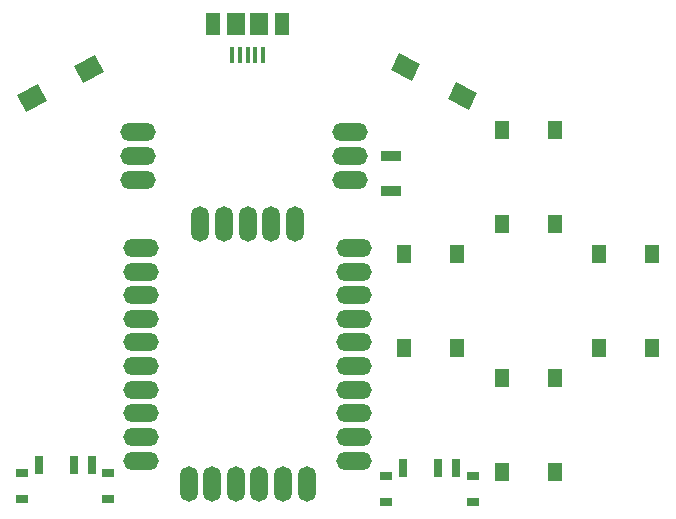
<source format=gbr>
G04 #@! TF.FileFunction,Paste,Top*
%FSLAX46Y46*%
G04 Gerber Fmt 4.6, Leading zero omitted, Abs format (unit mm)*
G04 Created by KiCad (PCBNEW 4.0.4-stable) date 07/06/18 22:39:36*
%MOMM*%
%LPD*%
G01*
G04 APERTURE LIST*
%ADD10C,0.100000*%
%ADD11O,3.000000X1.500000*%
%ADD12R,1.700000X0.900000*%
%ADD13R,1.500000X1.900000*%
%ADD14R,0.400000X1.350000*%
%ADD15R,1.200000X1.900000*%
%ADD16R,1.300000X1.550000*%
%ADD17R,0.700000X1.500000*%
%ADD18R,1.000000X0.800000*%
%ADD19O,1.500000X3.000000*%
G04 APERTURE END LIST*
D10*
D11*
X128820000Y-72566000D03*
X128820000Y-70566000D03*
X128820000Y-68566000D03*
X146820000Y-68566000D03*
X146820000Y-70566000D03*
X146820000Y-72566000D03*
D12*
X150220000Y-73500000D03*
X150220000Y-70600000D03*
D13*
X137120000Y-59350000D03*
D14*
X138770000Y-62050000D03*
X139420000Y-62050000D03*
X136820000Y-62050000D03*
X137470000Y-62050000D03*
X138120000Y-62050000D03*
D13*
X139120000Y-59350000D03*
D15*
X135220000Y-59350000D03*
X141020000Y-59350000D03*
D16*
X164120000Y-97325000D03*
X159620000Y-97325000D03*
X159620000Y-89375000D03*
X164120000Y-89375000D03*
X155870000Y-86825000D03*
X151370000Y-86825000D03*
X151370000Y-78875000D03*
X155870000Y-78875000D03*
X164120000Y-76325000D03*
X159620000Y-76325000D03*
X159620000Y-68375000D03*
X164120000Y-68375000D03*
X172370000Y-86825000D03*
X167870000Y-86825000D03*
X167870000Y-78875000D03*
X172370000Y-78875000D03*
D17*
X120420000Y-96750000D03*
X123420000Y-96750000D03*
X124920000Y-96750000D03*
D18*
X119020000Y-99610000D03*
X126320000Y-99610000D03*
X126320000Y-97400000D03*
X119020000Y-97400000D03*
D17*
X151270000Y-96990000D03*
X154270000Y-96990000D03*
X155770000Y-96990000D03*
D18*
X149870000Y-99850000D03*
X157170000Y-99850000D03*
X157170000Y-97640000D03*
X149870000Y-97640000D03*
D10*
G36*
X155046519Y-65734589D02*
X155772904Y-64308978D01*
X157554917Y-65216959D01*
X156828532Y-66642570D01*
X155046519Y-65734589D01*
X155046519Y-65734589D01*
G37*
G36*
X150235083Y-63283041D02*
X150961468Y-61857430D01*
X152743481Y-62765411D01*
X152017096Y-64191022D01*
X150235083Y-63283041D01*
X150235083Y-63283041D01*
G37*
G36*
X124147904Y-64366022D02*
X123421519Y-62940411D01*
X125203532Y-62032430D01*
X125929917Y-63458041D01*
X124147904Y-64366022D01*
X124147904Y-64366022D01*
G37*
G36*
X119336468Y-66817570D02*
X118610083Y-65391959D01*
X120392096Y-64483978D01*
X121118481Y-65909589D01*
X119336468Y-66817570D01*
X119336468Y-66817570D01*
G37*
D11*
X129120000Y-88350000D03*
X129120000Y-86350000D03*
X129120000Y-84350000D03*
X129120000Y-82350000D03*
X129120000Y-94350000D03*
X129120000Y-90350000D03*
X129120000Y-96350000D03*
X129120000Y-92350000D03*
X129120000Y-80350000D03*
X129120000Y-78350000D03*
D19*
X133120000Y-98350000D03*
X135120000Y-98350000D03*
X137120000Y-98350000D03*
X139120000Y-98350000D03*
X141120000Y-98350000D03*
X143120000Y-98350000D03*
D11*
X147120000Y-84350000D03*
X147120000Y-82350000D03*
X147120000Y-86350000D03*
X147120000Y-88350000D03*
X147120000Y-80350000D03*
X147120000Y-78350000D03*
X147120000Y-94350000D03*
X147120000Y-96350000D03*
X147120000Y-90350000D03*
X147120000Y-92350000D03*
D19*
X136120000Y-76350000D03*
X140120000Y-76350000D03*
X134120000Y-76350000D03*
X138120000Y-76350000D03*
X142120000Y-76350000D03*
M02*

</source>
